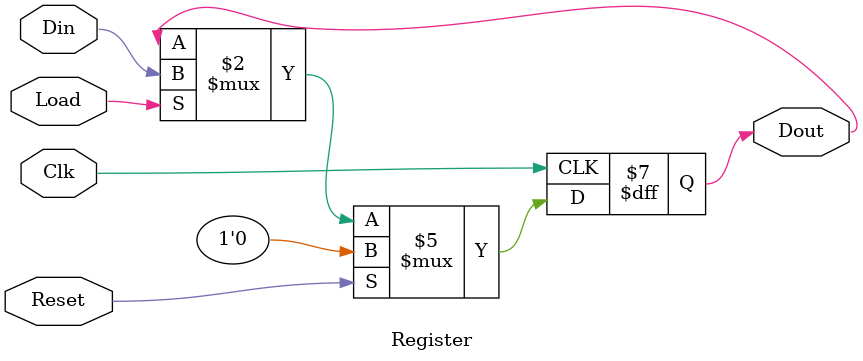
<source format=sv>
module Register # (N = 1) 
(
	input 	logic				Clk,
	input		logic				Load,
	input		logic				Reset,
	input		logic[N-1:0]	Din,
	output	logic[N-1:0]	Dout
);


	always_ff @ (posedge Clk)
		begin
				if (Reset)
					Dout <= 0;
				else if (Load)
					Dout <= Din;
		end

endmodule 
</source>
